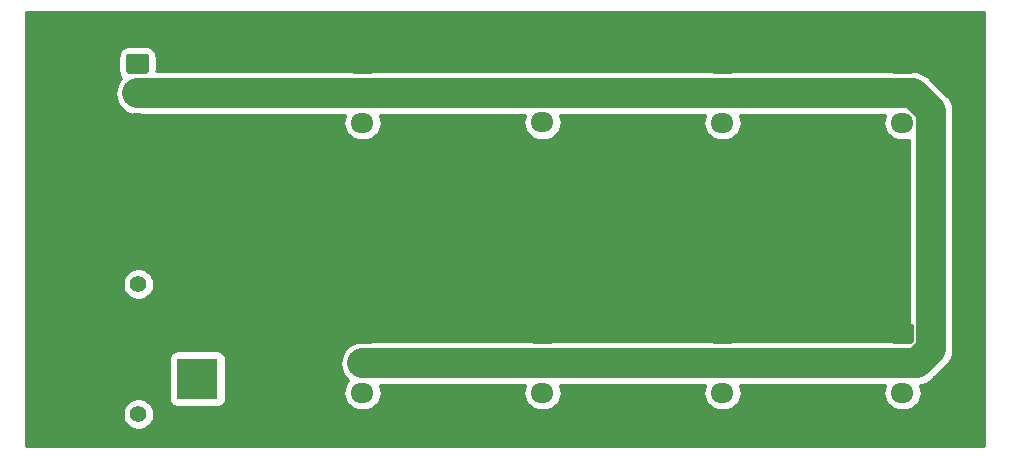
<source format=gbr>
%TF.GenerationSoftware,KiCad,Pcbnew,(5.1.9)-1*%
%TF.CreationDate,2021-07-19T11:38:20+01:00*%
%TF.ProjectId,2S-parallel-board,32532d70-6172-4616-9c6c-656c2d626f61,rev?*%
%TF.SameCoordinates,Original*%
%TF.FileFunction,Copper,L1,Top*%
%TF.FilePolarity,Positive*%
%FSLAX46Y46*%
G04 Gerber Fmt 4.6, Leading zero omitted, Abs format (unit mm)*
G04 Created by KiCad (PCBNEW (5.1.9)-1) date 2021-07-19 11:38:20*
%MOMM*%
%LPD*%
G01*
G04 APERTURE LIST*
%TA.AperFunction,ComponentPad*%
%ADD10C,3.500000*%
%TD*%
%TA.AperFunction,ComponentPad*%
%ADD11R,3.500000X3.500000*%
%TD*%
%TA.AperFunction,ComponentPad*%
%ADD12C,1.400000*%
%TD*%
%TA.AperFunction,ComponentPad*%
%ADD13O,1.950000X1.700000*%
%TD*%
%TA.AperFunction,Conductor*%
%ADD14C,2.500000*%
%TD*%
%TA.AperFunction,Conductor*%
%ADD15C,0.254000*%
%TD*%
%TA.AperFunction,Conductor*%
%ADD16C,0.100000*%
%TD*%
G04 APERTURE END LIST*
D10*
%TO.P,J9,2*%
%TO.N,VCC*%
X91440000Y-120730000D03*
D11*
%TO.P,J9,1*%
%TO.N,GND*%
X91440000Y-125730000D03*
D12*
%TO.P,J9,*%
%TO.N,*%
X86440000Y-117730000D03*
X86440000Y-128730000D03*
%TD*%
D13*
%TO.P,J10,3*%
%TO.N,VCC*%
X86360000Y-104060000D03*
%TO.P,J10,2*%
%TO.N,Net-(J1-Pad2)*%
X86360000Y-101560000D03*
%TO.P,J10,1*%
%TO.N,GND*%
%TA.AperFunction,ComponentPad*%
G36*
G01*
X85635000Y-98210000D02*
X87085000Y-98210000D01*
G75*
G02*
X87335000Y-98460000I0J-250000D01*
G01*
X87335000Y-99660000D01*
G75*
G02*
X87085000Y-99910000I-250000J0D01*
G01*
X85635000Y-99910000D01*
G75*
G02*
X85385000Y-99660000I0J250000D01*
G01*
X85385000Y-98460000D01*
G75*
G02*
X85635000Y-98210000I250000J0D01*
G01*
G37*
%TD.AperFunction*%
%TD*%
%TO.P,J8,3*%
%TO.N,GND*%
X151130000Y-126920000D03*
%TO.P,J8,2*%
%TO.N,Net-(J1-Pad2)*%
X151130000Y-124420000D03*
%TO.P,J8,1*%
%TO.N,VCC*%
%TA.AperFunction,ComponentPad*%
G36*
G01*
X150405000Y-121070000D02*
X151855000Y-121070000D01*
G75*
G02*
X152105000Y-121320000I0J-250000D01*
G01*
X152105000Y-122520000D01*
G75*
G02*
X151855000Y-122770000I-250000J0D01*
G01*
X150405000Y-122770000D01*
G75*
G02*
X150155000Y-122520000I0J250000D01*
G01*
X150155000Y-121320000D01*
G75*
G02*
X150405000Y-121070000I250000J0D01*
G01*
G37*
%TD.AperFunction*%
%TD*%
%TO.P,J7,3*%
%TO.N,GND*%
X135890000Y-126920000D03*
%TO.P,J7,2*%
%TO.N,Net-(J1-Pad2)*%
X135890000Y-124420000D03*
%TO.P,J7,1*%
%TO.N,VCC*%
%TA.AperFunction,ComponentPad*%
G36*
G01*
X135165000Y-121070000D02*
X136615000Y-121070000D01*
G75*
G02*
X136865000Y-121320000I0J-250000D01*
G01*
X136865000Y-122520000D01*
G75*
G02*
X136615000Y-122770000I-250000J0D01*
G01*
X135165000Y-122770000D01*
G75*
G02*
X134915000Y-122520000I0J250000D01*
G01*
X134915000Y-121320000D01*
G75*
G02*
X135165000Y-121070000I250000J0D01*
G01*
G37*
%TD.AperFunction*%
%TD*%
%TO.P,J6,3*%
%TO.N,GND*%
X120650000Y-126920000D03*
%TO.P,J6,2*%
%TO.N,Net-(J1-Pad2)*%
X120650000Y-124420000D03*
%TO.P,J6,1*%
%TO.N,VCC*%
%TA.AperFunction,ComponentPad*%
G36*
G01*
X119925000Y-121070000D02*
X121375000Y-121070000D01*
G75*
G02*
X121625000Y-121320000I0J-250000D01*
G01*
X121625000Y-122520000D01*
G75*
G02*
X121375000Y-122770000I-250000J0D01*
G01*
X119925000Y-122770000D01*
G75*
G02*
X119675000Y-122520000I0J250000D01*
G01*
X119675000Y-121320000D01*
G75*
G02*
X119925000Y-121070000I250000J0D01*
G01*
G37*
%TD.AperFunction*%
%TD*%
%TO.P,J5,3*%
%TO.N,GND*%
X105410000Y-126920000D03*
%TO.P,J5,2*%
%TO.N,Net-(J1-Pad2)*%
X105410000Y-124420000D03*
%TO.P,J5,1*%
%TO.N,VCC*%
%TA.AperFunction,ComponentPad*%
G36*
G01*
X104685000Y-121070000D02*
X106135000Y-121070000D01*
G75*
G02*
X106385000Y-121320000I0J-250000D01*
G01*
X106385000Y-122520000D01*
G75*
G02*
X106135000Y-122770000I-250000J0D01*
G01*
X104685000Y-122770000D01*
G75*
G02*
X104435000Y-122520000I0J250000D01*
G01*
X104435000Y-121320000D01*
G75*
G02*
X104685000Y-121070000I250000J0D01*
G01*
G37*
%TD.AperFunction*%
%TD*%
%TO.P,J4,3*%
%TO.N,GND*%
X151130000Y-104060000D03*
%TO.P,J4,2*%
%TO.N,Net-(J1-Pad2)*%
X151130000Y-101560000D03*
%TO.P,J4,1*%
%TO.N,VCC*%
%TA.AperFunction,ComponentPad*%
G36*
G01*
X150405000Y-98210000D02*
X151855000Y-98210000D01*
G75*
G02*
X152105000Y-98460000I0J-250000D01*
G01*
X152105000Y-99660000D01*
G75*
G02*
X151855000Y-99910000I-250000J0D01*
G01*
X150405000Y-99910000D01*
G75*
G02*
X150155000Y-99660000I0J250000D01*
G01*
X150155000Y-98460000D01*
G75*
G02*
X150405000Y-98210000I250000J0D01*
G01*
G37*
%TD.AperFunction*%
%TD*%
%TO.P,J3,3*%
%TO.N,GND*%
X135890000Y-104060000D03*
%TO.P,J3,2*%
%TO.N,Net-(J1-Pad2)*%
X135890000Y-101560000D03*
%TO.P,J3,1*%
%TO.N,VCC*%
%TA.AperFunction,ComponentPad*%
G36*
G01*
X135165000Y-98210000D02*
X136615000Y-98210000D01*
G75*
G02*
X136865000Y-98460000I0J-250000D01*
G01*
X136865000Y-99660000D01*
G75*
G02*
X136615000Y-99910000I-250000J0D01*
G01*
X135165000Y-99910000D01*
G75*
G02*
X134915000Y-99660000I0J250000D01*
G01*
X134915000Y-98460000D01*
G75*
G02*
X135165000Y-98210000I250000J0D01*
G01*
G37*
%TD.AperFunction*%
%TD*%
%TO.P,J2,3*%
%TO.N,GND*%
X120650000Y-104020000D03*
%TO.P,J2,2*%
%TO.N,Net-(J1-Pad2)*%
X120650000Y-101520000D03*
%TO.P,J2,1*%
%TO.N,VCC*%
%TA.AperFunction,ComponentPad*%
G36*
G01*
X119925000Y-98170000D02*
X121375000Y-98170000D01*
G75*
G02*
X121625000Y-98420000I0J-250000D01*
G01*
X121625000Y-99620000D01*
G75*
G02*
X121375000Y-99870000I-250000J0D01*
G01*
X119925000Y-99870000D01*
G75*
G02*
X119675000Y-99620000I0J250000D01*
G01*
X119675000Y-98420000D01*
G75*
G02*
X119925000Y-98170000I250000J0D01*
G01*
G37*
%TD.AperFunction*%
%TD*%
%TO.P,J1,3*%
%TO.N,GND*%
X105410000Y-104060000D03*
%TO.P,J1,2*%
%TO.N,Net-(J1-Pad2)*%
X105410000Y-101560000D03*
%TO.P,J1,1*%
%TO.N,VCC*%
%TA.AperFunction,ComponentPad*%
G36*
G01*
X104685000Y-98210000D02*
X106135000Y-98210000D01*
G75*
G02*
X106385000Y-98460000I0J-250000D01*
G01*
X106385000Y-99660000D01*
G75*
G02*
X106135000Y-99910000I-250000J0D01*
G01*
X104685000Y-99910000D01*
G75*
G02*
X104435000Y-99660000I0J250000D01*
G01*
X104435000Y-98460000D01*
G75*
G02*
X104685000Y-98210000I250000J0D01*
G01*
G37*
%TD.AperFunction*%
%TD*%
D14*
%TO.N,Net-(J1-Pad2)*%
X152007705Y-101560000D02*
X151130000Y-101560000D01*
X153555010Y-103107305D02*
X152007705Y-101560000D01*
X153555010Y-123224170D02*
X153555010Y-103107305D01*
X152359180Y-124420000D02*
X153555010Y-123224170D01*
X151130000Y-124420000D02*
X152359180Y-124420000D01*
X151130000Y-124420000D02*
X105410000Y-124420000D01*
X86360000Y-101560000D02*
X151130000Y-101560000D01*
%TD*%
D15*
%TO.N,VCC*%
X158065001Y-131395000D02*
X76885000Y-131395000D01*
X76885000Y-128598514D01*
X85105000Y-128598514D01*
X85105000Y-128861486D01*
X85156304Y-129119405D01*
X85256939Y-129362359D01*
X85403038Y-129581013D01*
X85588987Y-129766962D01*
X85807641Y-129913061D01*
X86050595Y-130013696D01*
X86308514Y-130065000D01*
X86571486Y-130065000D01*
X86829405Y-130013696D01*
X87072359Y-129913061D01*
X87291013Y-129766962D01*
X87476962Y-129581013D01*
X87623061Y-129362359D01*
X87723696Y-129119405D01*
X87775000Y-128861486D01*
X87775000Y-128598514D01*
X87723696Y-128340595D01*
X87623061Y-128097641D01*
X87476962Y-127878987D01*
X87291013Y-127693038D01*
X87072359Y-127546939D01*
X86829405Y-127446304D01*
X86571486Y-127395000D01*
X86308514Y-127395000D01*
X86050595Y-127446304D01*
X85807641Y-127546939D01*
X85588987Y-127693038D01*
X85403038Y-127878987D01*
X85256939Y-128097641D01*
X85156304Y-128340595D01*
X85105000Y-128598514D01*
X76885000Y-128598514D01*
X76885000Y-123980000D01*
X89051928Y-123980000D01*
X89051928Y-127480000D01*
X89064188Y-127604482D01*
X89100498Y-127724180D01*
X89159463Y-127834494D01*
X89238815Y-127931185D01*
X89335506Y-128010537D01*
X89445820Y-128069502D01*
X89565518Y-128105812D01*
X89690000Y-128118072D01*
X93190000Y-128118072D01*
X93314482Y-128105812D01*
X93434180Y-128069502D01*
X93544494Y-128010537D01*
X93641185Y-127931185D01*
X93720537Y-127834494D01*
X93779502Y-127724180D01*
X93815812Y-127604482D01*
X93828072Y-127480000D01*
X93828072Y-123980000D01*
X93815812Y-123855518D01*
X93779502Y-123735820D01*
X93720537Y-123625506D01*
X93641185Y-123528815D01*
X93544494Y-123449463D01*
X93434180Y-123390498D01*
X93314482Y-123354188D01*
X93190000Y-123341928D01*
X89690000Y-123341928D01*
X89565518Y-123354188D01*
X89445820Y-123390498D01*
X89335506Y-123449463D01*
X89238815Y-123528815D01*
X89159463Y-123625506D01*
X89100498Y-123735820D01*
X89064188Y-123855518D01*
X89051928Y-123980000D01*
X76885000Y-123980000D01*
X76885000Y-117598514D01*
X85105000Y-117598514D01*
X85105000Y-117861486D01*
X85156304Y-118119405D01*
X85256939Y-118362359D01*
X85403038Y-118581013D01*
X85588987Y-118766962D01*
X85807641Y-118913061D01*
X86050595Y-119013696D01*
X86308514Y-119065000D01*
X86571486Y-119065000D01*
X86829405Y-119013696D01*
X87072359Y-118913061D01*
X87291013Y-118766962D01*
X87476962Y-118581013D01*
X87623061Y-118362359D01*
X87723696Y-118119405D01*
X87775000Y-117861486D01*
X87775000Y-117598514D01*
X87723696Y-117340595D01*
X87623061Y-117097641D01*
X87476962Y-116878987D01*
X87291013Y-116693038D01*
X87072359Y-116546939D01*
X86829405Y-116446304D01*
X86571486Y-116395000D01*
X86308514Y-116395000D01*
X86050595Y-116446304D01*
X85807641Y-116546939D01*
X85588987Y-116693038D01*
X85403038Y-116878987D01*
X85256939Y-117097641D01*
X85156304Y-117340595D01*
X85105000Y-117598514D01*
X76885000Y-117598514D01*
X76885000Y-101560000D01*
X84465880Y-101560000D01*
X84502275Y-101929524D01*
X84610061Y-102284848D01*
X84785097Y-102612317D01*
X85020655Y-102899345D01*
X85307683Y-103134903D01*
X85635152Y-103309939D01*
X85990476Y-103417725D01*
X86267403Y-103445000D01*
X103929901Y-103445000D01*
X103906401Y-103488966D01*
X103821487Y-103768889D01*
X103792815Y-104060000D01*
X103821487Y-104351111D01*
X103906401Y-104631034D01*
X104044294Y-104889014D01*
X104229866Y-105115134D01*
X104455986Y-105300706D01*
X104713966Y-105438599D01*
X104993889Y-105523513D01*
X105212050Y-105545000D01*
X105607950Y-105545000D01*
X105826111Y-105523513D01*
X106106034Y-105438599D01*
X106364014Y-105300706D01*
X106590134Y-105115134D01*
X106775706Y-104889014D01*
X106913599Y-104631034D01*
X106998513Y-104351111D01*
X107027185Y-104060000D01*
X106998513Y-103768889D01*
X106913599Y-103488966D01*
X106890099Y-103445000D01*
X119148521Y-103445000D01*
X119146401Y-103448966D01*
X119061487Y-103728889D01*
X119032815Y-104020000D01*
X119061487Y-104311111D01*
X119146401Y-104591034D01*
X119284294Y-104849014D01*
X119469866Y-105075134D01*
X119695986Y-105260706D01*
X119953966Y-105398599D01*
X120233889Y-105483513D01*
X120452050Y-105505000D01*
X120847950Y-105505000D01*
X121066111Y-105483513D01*
X121346034Y-105398599D01*
X121604014Y-105260706D01*
X121830134Y-105075134D01*
X122015706Y-104849014D01*
X122153599Y-104591034D01*
X122238513Y-104311111D01*
X122267185Y-104020000D01*
X122238513Y-103728889D01*
X122153599Y-103448966D01*
X122151479Y-103445000D01*
X134409901Y-103445000D01*
X134386401Y-103488966D01*
X134301487Y-103768889D01*
X134272815Y-104060000D01*
X134301487Y-104351111D01*
X134386401Y-104631034D01*
X134524294Y-104889014D01*
X134709866Y-105115134D01*
X134935986Y-105300706D01*
X135193966Y-105438599D01*
X135473889Y-105523513D01*
X135692050Y-105545000D01*
X136087950Y-105545000D01*
X136306111Y-105523513D01*
X136586034Y-105438599D01*
X136844014Y-105300706D01*
X137070134Y-105115134D01*
X137255706Y-104889014D01*
X137393599Y-104631034D01*
X137478513Y-104351111D01*
X137507185Y-104060000D01*
X137478513Y-103768889D01*
X137393599Y-103488966D01*
X137370099Y-103445000D01*
X149649901Y-103445000D01*
X149626401Y-103488966D01*
X149541487Y-103768889D01*
X149512815Y-104060000D01*
X149541487Y-104351111D01*
X149626401Y-104631034D01*
X149764294Y-104889014D01*
X149949866Y-105115134D01*
X150175986Y-105300706D01*
X150433966Y-105438599D01*
X150713889Y-105523513D01*
X150932050Y-105545000D01*
X151327950Y-105545000D01*
X151546111Y-105523513D01*
X151670011Y-105485928D01*
X151670010Y-122443378D01*
X151578388Y-122535000D01*
X105317403Y-122535000D01*
X105040476Y-122562275D01*
X104685152Y-122670061D01*
X104357683Y-122845097D01*
X104070655Y-123080655D01*
X103835097Y-123367683D01*
X103660061Y-123695152D01*
X103552275Y-124050476D01*
X103515880Y-124420000D01*
X103552275Y-124789524D01*
X103660061Y-125144848D01*
X103835097Y-125472317D01*
X104070655Y-125759345D01*
X104217537Y-125879888D01*
X104044294Y-126090986D01*
X103906401Y-126348966D01*
X103821487Y-126628889D01*
X103792815Y-126920000D01*
X103821487Y-127211111D01*
X103906401Y-127491034D01*
X104044294Y-127749014D01*
X104229866Y-127975134D01*
X104455986Y-128160706D01*
X104713966Y-128298599D01*
X104993889Y-128383513D01*
X105212050Y-128405000D01*
X105607950Y-128405000D01*
X105826111Y-128383513D01*
X106106034Y-128298599D01*
X106364014Y-128160706D01*
X106590134Y-127975134D01*
X106775706Y-127749014D01*
X106913599Y-127491034D01*
X106998513Y-127211111D01*
X107027185Y-126920000D01*
X106998513Y-126628889D01*
X106913599Y-126348966D01*
X106890099Y-126305000D01*
X119169901Y-126305000D01*
X119146401Y-126348966D01*
X119061487Y-126628889D01*
X119032815Y-126920000D01*
X119061487Y-127211111D01*
X119146401Y-127491034D01*
X119284294Y-127749014D01*
X119469866Y-127975134D01*
X119695986Y-128160706D01*
X119953966Y-128298599D01*
X120233889Y-128383513D01*
X120452050Y-128405000D01*
X120847950Y-128405000D01*
X121066111Y-128383513D01*
X121346034Y-128298599D01*
X121604014Y-128160706D01*
X121830134Y-127975134D01*
X122015706Y-127749014D01*
X122153599Y-127491034D01*
X122238513Y-127211111D01*
X122267185Y-126920000D01*
X122238513Y-126628889D01*
X122153599Y-126348966D01*
X122130099Y-126305000D01*
X134409901Y-126305000D01*
X134386401Y-126348966D01*
X134301487Y-126628889D01*
X134272815Y-126920000D01*
X134301487Y-127211111D01*
X134386401Y-127491034D01*
X134524294Y-127749014D01*
X134709866Y-127975134D01*
X134935986Y-128160706D01*
X135193966Y-128298599D01*
X135473889Y-128383513D01*
X135692050Y-128405000D01*
X136087950Y-128405000D01*
X136306111Y-128383513D01*
X136586034Y-128298599D01*
X136844014Y-128160706D01*
X137070134Y-127975134D01*
X137255706Y-127749014D01*
X137393599Y-127491034D01*
X137478513Y-127211111D01*
X137507185Y-126920000D01*
X137478513Y-126628889D01*
X137393599Y-126348966D01*
X137370099Y-126305000D01*
X149649901Y-126305000D01*
X149626401Y-126348966D01*
X149541487Y-126628889D01*
X149512815Y-126920000D01*
X149541487Y-127211111D01*
X149626401Y-127491034D01*
X149764294Y-127749014D01*
X149949866Y-127975134D01*
X150175986Y-128160706D01*
X150433966Y-128298599D01*
X150713889Y-128383513D01*
X150932050Y-128405000D01*
X151327950Y-128405000D01*
X151546111Y-128383513D01*
X151826034Y-128298599D01*
X152084014Y-128160706D01*
X152310134Y-127975134D01*
X152495706Y-127749014D01*
X152633599Y-127491034D01*
X152718513Y-127211111D01*
X152747185Y-126920000D01*
X152718513Y-126628889D01*
X152633599Y-126348966D01*
X152602181Y-126290186D01*
X152728704Y-126277725D01*
X153084028Y-126169939D01*
X153411497Y-125994903D01*
X153698525Y-125759345D01*
X153757554Y-125687418D01*
X154822428Y-124622544D01*
X154894355Y-124563515D01*
X155129913Y-124276487D01*
X155304949Y-123949018D01*
X155412735Y-123593694D01*
X155440010Y-123316767D01*
X155440010Y-123316760D01*
X155449129Y-123224171D01*
X155440010Y-123131582D01*
X155440010Y-103199902D01*
X155449130Y-103107305D01*
X155412735Y-102737781D01*
X155395632Y-102681401D01*
X155304949Y-102382457D01*
X155129913Y-102054988D01*
X154953382Y-101839884D01*
X154953380Y-101839882D01*
X154894355Y-101767960D01*
X154822433Y-101708935D01*
X153406079Y-100292582D01*
X153347050Y-100220655D01*
X153060022Y-99985097D01*
X152732553Y-99810061D01*
X152377229Y-99702275D01*
X152100302Y-99675000D01*
X152100294Y-99675000D01*
X152007705Y-99665881D01*
X151915116Y-99675000D01*
X87971595Y-99675000D01*
X87973072Y-99660000D01*
X87973072Y-98460000D01*
X87956008Y-98286746D01*
X87905472Y-98120150D01*
X87823405Y-97966614D01*
X87712962Y-97832038D01*
X87578386Y-97721595D01*
X87424850Y-97639528D01*
X87258254Y-97588992D01*
X87085000Y-97571928D01*
X85635000Y-97571928D01*
X85461746Y-97588992D01*
X85295150Y-97639528D01*
X85141614Y-97721595D01*
X85007038Y-97832038D01*
X84896595Y-97966614D01*
X84814528Y-98120150D01*
X84763992Y-98286746D01*
X84746928Y-98460000D01*
X84746928Y-99660000D01*
X84763992Y-99833254D01*
X84814528Y-99999850D01*
X84896595Y-100153386D01*
X84986228Y-100262605D01*
X84785097Y-100507683D01*
X84610061Y-100835152D01*
X84502275Y-101190476D01*
X84465880Y-101560000D01*
X76885000Y-101560000D01*
X76885000Y-94665000D01*
X158065000Y-94665000D01*
X158065001Y-131395000D01*
%TA.AperFunction,Conductor*%
D16*
G36*
X158065001Y-131395000D02*
G01*
X76885000Y-131395000D01*
X76885000Y-128598514D01*
X85105000Y-128598514D01*
X85105000Y-128861486D01*
X85156304Y-129119405D01*
X85256939Y-129362359D01*
X85403038Y-129581013D01*
X85588987Y-129766962D01*
X85807641Y-129913061D01*
X86050595Y-130013696D01*
X86308514Y-130065000D01*
X86571486Y-130065000D01*
X86829405Y-130013696D01*
X87072359Y-129913061D01*
X87291013Y-129766962D01*
X87476962Y-129581013D01*
X87623061Y-129362359D01*
X87723696Y-129119405D01*
X87775000Y-128861486D01*
X87775000Y-128598514D01*
X87723696Y-128340595D01*
X87623061Y-128097641D01*
X87476962Y-127878987D01*
X87291013Y-127693038D01*
X87072359Y-127546939D01*
X86829405Y-127446304D01*
X86571486Y-127395000D01*
X86308514Y-127395000D01*
X86050595Y-127446304D01*
X85807641Y-127546939D01*
X85588987Y-127693038D01*
X85403038Y-127878987D01*
X85256939Y-128097641D01*
X85156304Y-128340595D01*
X85105000Y-128598514D01*
X76885000Y-128598514D01*
X76885000Y-123980000D01*
X89051928Y-123980000D01*
X89051928Y-127480000D01*
X89064188Y-127604482D01*
X89100498Y-127724180D01*
X89159463Y-127834494D01*
X89238815Y-127931185D01*
X89335506Y-128010537D01*
X89445820Y-128069502D01*
X89565518Y-128105812D01*
X89690000Y-128118072D01*
X93190000Y-128118072D01*
X93314482Y-128105812D01*
X93434180Y-128069502D01*
X93544494Y-128010537D01*
X93641185Y-127931185D01*
X93720537Y-127834494D01*
X93779502Y-127724180D01*
X93815812Y-127604482D01*
X93828072Y-127480000D01*
X93828072Y-123980000D01*
X93815812Y-123855518D01*
X93779502Y-123735820D01*
X93720537Y-123625506D01*
X93641185Y-123528815D01*
X93544494Y-123449463D01*
X93434180Y-123390498D01*
X93314482Y-123354188D01*
X93190000Y-123341928D01*
X89690000Y-123341928D01*
X89565518Y-123354188D01*
X89445820Y-123390498D01*
X89335506Y-123449463D01*
X89238815Y-123528815D01*
X89159463Y-123625506D01*
X89100498Y-123735820D01*
X89064188Y-123855518D01*
X89051928Y-123980000D01*
X76885000Y-123980000D01*
X76885000Y-117598514D01*
X85105000Y-117598514D01*
X85105000Y-117861486D01*
X85156304Y-118119405D01*
X85256939Y-118362359D01*
X85403038Y-118581013D01*
X85588987Y-118766962D01*
X85807641Y-118913061D01*
X86050595Y-119013696D01*
X86308514Y-119065000D01*
X86571486Y-119065000D01*
X86829405Y-119013696D01*
X87072359Y-118913061D01*
X87291013Y-118766962D01*
X87476962Y-118581013D01*
X87623061Y-118362359D01*
X87723696Y-118119405D01*
X87775000Y-117861486D01*
X87775000Y-117598514D01*
X87723696Y-117340595D01*
X87623061Y-117097641D01*
X87476962Y-116878987D01*
X87291013Y-116693038D01*
X87072359Y-116546939D01*
X86829405Y-116446304D01*
X86571486Y-116395000D01*
X86308514Y-116395000D01*
X86050595Y-116446304D01*
X85807641Y-116546939D01*
X85588987Y-116693038D01*
X85403038Y-116878987D01*
X85256939Y-117097641D01*
X85156304Y-117340595D01*
X85105000Y-117598514D01*
X76885000Y-117598514D01*
X76885000Y-101560000D01*
X84465880Y-101560000D01*
X84502275Y-101929524D01*
X84610061Y-102284848D01*
X84785097Y-102612317D01*
X85020655Y-102899345D01*
X85307683Y-103134903D01*
X85635152Y-103309939D01*
X85990476Y-103417725D01*
X86267403Y-103445000D01*
X103929901Y-103445000D01*
X103906401Y-103488966D01*
X103821487Y-103768889D01*
X103792815Y-104060000D01*
X103821487Y-104351111D01*
X103906401Y-104631034D01*
X104044294Y-104889014D01*
X104229866Y-105115134D01*
X104455986Y-105300706D01*
X104713966Y-105438599D01*
X104993889Y-105523513D01*
X105212050Y-105545000D01*
X105607950Y-105545000D01*
X105826111Y-105523513D01*
X106106034Y-105438599D01*
X106364014Y-105300706D01*
X106590134Y-105115134D01*
X106775706Y-104889014D01*
X106913599Y-104631034D01*
X106998513Y-104351111D01*
X107027185Y-104060000D01*
X106998513Y-103768889D01*
X106913599Y-103488966D01*
X106890099Y-103445000D01*
X119148521Y-103445000D01*
X119146401Y-103448966D01*
X119061487Y-103728889D01*
X119032815Y-104020000D01*
X119061487Y-104311111D01*
X119146401Y-104591034D01*
X119284294Y-104849014D01*
X119469866Y-105075134D01*
X119695986Y-105260706D01*
X119953966Y-105398599D01*
X120233889Y-105483513D01*
X120452050Y-105505000D01*
X120847950Y-105505000D01*
X121066111Y-105483513D01*
X121346034Y-105398599D01*
X121604014Y-105260706D01*
X121830134Y-105075134D01*
X122015706Y-104849014D01*
X122153599Y-104591034D01*
X122238513Y-104311111D01*
X122267185Y-104020000D01*
X122238513Y-103728889D01*
X122153599Y-103448966D01*
X122151479Y-103445000D01*
X134409901Y-103445000D01*
X134386401Y-103488966D01*
X134301487Y-103768889D01*
X134272815Y-104060000D01*
X134301487Y-104351111D01*
X134386401Y-104631034D01*
X134524294Y-104889014D01*
X134709866Y-105115134D01*
X134935986Y-105300706D01*
X135193966Y-105438599D01*
X135473889Y-105523513D01*
X135692050Y-105545000D01*
X136087950Y-105545000D01*
X136306111Y-105523513D01*
X136586034Y-105438599D01*
X136844014Y-105300706D01*
X137070134Y-105115134D01*
X137255706Y-104889014D01*
X137393599Y-104631034D01*
X137478513Y-104351111D01*
X137507185Y-104060000D01*
X137478513Y-103768889D01*
X137393599Y-103488966D01*
X137370099Y-103445000D01*
X149649901Y-103445000D01*
X149626401Y-103488966D01*
X149541487Y-103768889D01*
X149512815Y-104060000D01*
X149541487Y-104351111D01*
X149626401Y-104631034D01*
X149764294Y-104889014D01*
X149949866Y-105115134D01*
X150175986Y-105300706D01*
X150433966Y-105438599D01*
X150713889Y-105523513D01*
X150932050Y-105545000D01*
X151327950Y-105545000D01*
X151546111Y-105523513D01*
X151670011Y-105485928D01*
X151670010Y-122443378D01*
X151578388Y-122535000D01*
X105317403Y-122535000D01*
X105040476Y-122562275D01*
X104685152Y-122670061D01*
X104357683Y-122845097D01*
X104070655Y-123080655D01*
X103835097Y-123367683D01*
X103660061Y-123695152D01*
X103552275Y-124050476D01*
X103515880Y-124420000D01*
X103552275Y-124789524D01*
X103660061Y-125144848D01*
X103835097Y-125472317D01*
X104070655Y-125759345D01*
X104217537Y-125879888D01*
X104044294Y-126090986D01*
X103906401Y-126348966D01*
X103821487Y-126628889D01*
X103792815Y-126920000D01*
X103821487Y-127211111D01*
X103906401Y-127491034D01*
X104044294Y-127749014D01*
X104229866Y-127975134D01*
X104455986Y-128160706D01*
X104713966Y-128298599D01*
X104993889Y-128383513D01*
X105212050Y-128405000D01*
X105607950Y-128405000D01*
X105826111Y-128383513D01*
X106106034Y-128298599D01*
X106364014Y-128160706D01*
X106590134Y-127975134D01*
X106775706Y-127749014D01*
X106913599Y-127491034D01*
X106998513Y-127211111D01*
X107027185Y-126920000D01*
X106998513Y-126628889D01*
X106913599Y-126348966D01*
X106890099Y-126305000D01*
X119169901Y-126305000D01*
X119146401Y-126348966D01*
X119061487Y-126628889D01*
X119032815Y-126920000D01*
X119061487Y-127211111D01*
X119146401Y-127491034D01*
X119284294Y-127749014D01*
X119469866Y-127975134D01*
X119695986Y-128160706D01*
X119953966Y-128298599D01*
X120233889Y-128383513D01*
X120452050Y-128405000D01*
X120847950Y-128405000D01*
X121066111Y-128383513D01*
X121346034Y-128298599D01*
X121604014Y-128160706D01*
X121830134Y-127975134D01*
X122015706Y-127749014D01*
X122153599Y-127491034D01*
X122238513Y-127211111D01*
X122267185Y-126920000D01*
X122238513Y-126628889D01*
X122153599Y-126348966D01*
X122130099Y-126305000D01*
X134409901Y-126305000D01*
X134386401Y-126348966D01*
X134301487Y-126628889D01*
X134272815Y-126920000D01*
X134301487Y-127211111D01*
X134386401Y-127491034D01*
X134524294Y-127749014D01*
X134709866Y-127975134D01*
X134935986Y-128160706D01*
X135193966Y-128298599D01*
X135473889Y-128383513D01*
X135692050Y-128405000D01*
X136087950Y-128405000D01*
X136306111Y-128383513D01*
X136586034Y-128298599D01*
X136844014Y-128160706D01*
X137070134Y-127975134D01*
X137255706Y-127749014D01*
X137393599Y-127491034D01*
X137478513Y-127211111D01*
X137507185Y-126920000D01*
X137478513Y-126628889D01*
X137393599Y-126348966D01*
X137370099Y-126305000D01*
X149649901Y-126305000D01*
X149626401Y-126348966D01*
X149541487Y-126628889D01*
X149512815Y-126920000D01*
X149541487Y-127211111D01*
X149626401Y-127491034D01*
X149764294Y-127749014D01*
X149949866Y-127975134D01*
X150175986Y-128160706D01*
X150433966Y-128298599D01*
X150713889Y-128383513D01*
X150932050Y-128405000D01*
X151327950Y-128405000D01*
X151546111Y-128383513D01*
X151826034Y-128298599D01*
X152084014Y-128160706D01*
X152310134Y-127975134D01*
X152495706Y-127749014D01*
X152633599Y-127491034D01*
X152718513Y-127211111D01*
X152747185Y-126920000D01*
X152718513Y-126628889D01*
X152633599Y-126348966D01*
X152602181Y-126290186D01*
X152728704Y-126277725D01*
X153084028Y-126169939D01*
X153411497Y-125994903D01*
X153698525Y-125759345D01*
X153757554Y-125687418D01*
X154822428Y-124622544D01*
X154894355Y-124563515D01*
X155129913Y-124276487D01*
X155304949Y-123949018D01*
X155412735Y-123593694D01*
X155440010Y-123316767D01*
X155440010Y-123316760D01*
X155449129Y-123224171D01*
X155440010Y-123131582D01*
X155440010Y-103199902D01*
X155449130Y-103107305D01*
X155412735Y-102737781D01*
X155395632Y-102681401D01*
X155304949Y-102382457D01*
X155129913Y-102054988D01*
X154953382Y-101839884D01*
X154953380Y-101839882D01*
X154894355Y-101767960D01*
X154822433Y-101708935D01*
X153406079Y-100292582D01*
X153347050Y-100220655D01*
X153060022Y-99985097D01*
X152732553Y-99810061D01*
X152377229Y-99702275D01*
X152100302Y-99675000D01*
X152100294Y-99675000D01*
X152007705Y-99665881D01*
X151915116Y-99675000D01*
X87971595Y-99675000D01*
X87973072Y-99660000D01*
X87973072Y-98460000D01*
X87956008Y-98286746D01*
X87905472Y-98120150D01*
X87823405Y-97966614D01*
X87712962Y-97832038D01*
X87578386Y-97721595D01*
X87424850Y-97639528D01*
X87258254Y-97588992D01*
X87085000Y-97571928D01*
X85635000Y-97571928D01*
X85461746Y-97588992D01*
X85295150Y-97639528D01*
X85141614Y-97721595D01*
X85007038Y-97832038D01*
X84896595Y-97966614D01*
X84814528Y-98120150D01*
X84763992Y-98286746D01*
X84746928Y-98460000D01*
X84746928Y-99660000D01*
X84763992Y-99833254D01*
X84814528Y-99999850D01*
X84896595Y-100153386D01*
X84986228Y-100262605D01*
X84785097Y-100507683D01*
X84610061Y-100835152D01*
X84502275Y-101190476D01*
X84465880Y-101560000D01*
X76885000Y-101560000D01*
X76885000Y-94665000D01*
X158065000Y-94665000D01*
X158065001Y-131395000D01*
G37*
%TD.AperFunction*%
%TD*%
M02*

</source>
